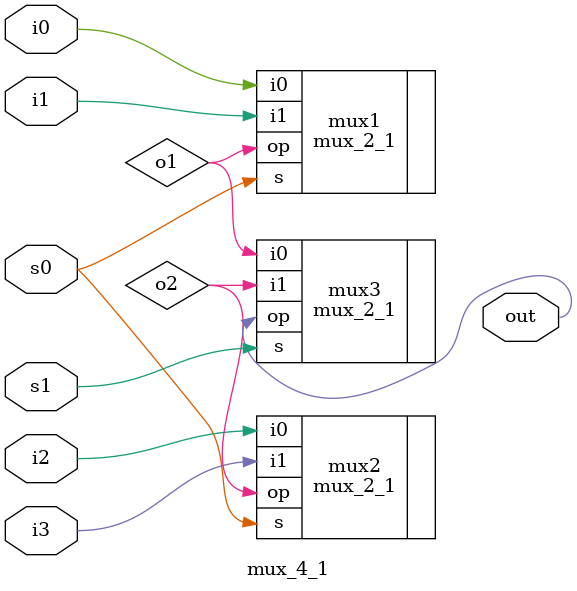
<source format=v>
module mux_4_1(s0,s1,i0,i1,i2,i3,out);
input s0,s1,i0,i1,i2,i3;
output out;
wire o1,o2;
mux_2_1 mux1(.s(s0),.i0(i0),.i1(i1),.op(o1));
mux_2_1 mux2(.s(s0),.i0(i2),.i1(i3),.op(o2));
mux_2_1 mux3(.s(s1),.i0(o1),.i1(o2),.op(out));
endmodule

</source>
